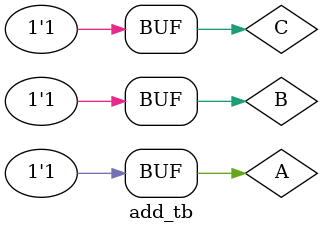
<source format=v>
module fulladder (a,b,c,x,y);
    input a,b,c;
    output x,y;

    assign x = (a^b)^c;
    assign y = (a&b)+(b&c)+(c&a);
endmodule

module add_tb;
    wire X,Y;
    reg A,B,C;

    fulladder my_gate (.a(A),.b(B),.c(C),.x(X),.y(Y));

    initial
        begin
            $monitor (A," ",B," ",C," ",X," ",Y);
            A = 1'b0;
            B = 1'b0;
            C = 1'b0;
            #5
            A = 1'b1;
            B = 1'b0;
            C = 1'b0;
            #5
            A = 1'b0;
            B = 1'b1;
            C = 1'b0;
            #5
            A = 1'b0;
            B = 1'b0;
            C = 1'b1;
            #5
            A = 1'b1;
            B = 1'b1;
            C = 1'b0;
            #5
            A = 1'b1;
            B = 1'b0;
            C = 1'b1;
            #5
            A = 1'b0;
            B = 1'b1;
            C = 1'b1;
            #5
            A = 1'b1;
            B = 1'b1;
            C = 1'b1;
        
            
        end
endmodule
</source>
